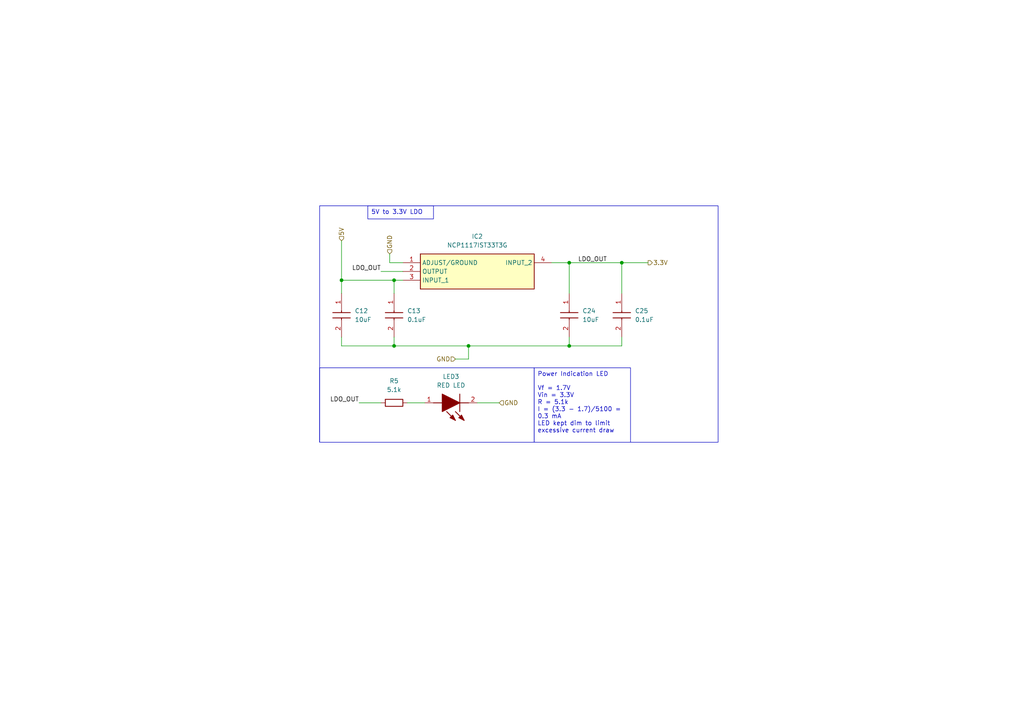
<source format=kicad_sch>
(kicad_sch (version 20250114) (generator "eeschema") (generator_version "9.0")
  (paper "A4")
  (lib_symbols
    (symbol "Device:R" (pin_numbers (hide yes)) (pin_names (offset 0))
      (property "Reference" "R" (at 2.032 0 90))
      (property "Value" "R" (at 0 0 90))
      (symbol "R_0_1"
        (rectangle (start -1.016 -2.54) (end 1.016 2.54) (stroke (width 0.254)))
      )
      (symbol "R_1_1"
        (pin passive line (at 0 3.81 270) (length 1.27) (name "~") (number "1"))
        (pin passive line (at 0 -3.81 90) (length 1.27) (name "~") (number "2"))
      )
    )
    (symbol "SamacSys_Parts:C0603C104K5RACTU" (pin_names (hide yes))
      (property "Reference" "C" (at 8.89 6.35 0))
      (property "Value" "C0603C104K5RACTU" (at 8.89 3.81 0))
      (symbol "C0603C104K5RACTU_1_1"
        (polyline (pts (xy 5.08 0) (xy 5.588 0)) (stroke (width 0.254)))
        (polyline (pts (xy 5.588 2.54) (xy 5.588 -2.54)) (stroke (width 0.254)))
        (polyline (pts (xy 7.112 2.54) (xy 7.112 -2.54)) (stroke (width 0.254)))
        (polyline (pts (xy 7.112 0) (xy 7.62 0)) (stroke (width 0.254)))
        (pin passive line (at 0 0 0) (length 5.08) (name "1") (number "1"))
        (pin passive line (at 12.7 0 180) (length 5.08) (name "2") (number "2"))
      )
    )
    (symbol "SamacSys_Parts:CL21A106KAYNNNE" (pin_names (hide yes))
      (property "Reference" "C" (at 8.89 6.35 0))
      (property "Value" "CL21A106KAYNNNE" (at 8.89 3.81 0))
      (symbol "CL21A106KAYNNNE_1_1"
        (polyline (pts (xy 5.08 0) (xy 5.588 0)) (stroke (width 0.254)))
        (polyline (pts (xy 5.588 2.54) (xy 5.588 -2.54)) (stroke (width 0.254)))
        (polyline (pts (xy 7.112 2.54) (xy 7.112 -2.54)) (stroke (width 0.254)))
        (polyline (pts (xy 7.112 0) (xy 7.62 0)) (stroke (width 0.254)))
        (pin passive line (at 0 0 0) (length 5.08) (name "1") (number "1"))
        (pin passive line (at 12.7 0 180) (length 5.08) (name "2") (number "2"))
      )
    )
    (symbol "SamacSys_Parts:NCP1117IST33T3G"
      (property "Reference" "IC" (at 39.37 7.62 0))
      (property "Value" "NCP1117IST33T3G" (at 39.37 5.08 0))
      (symbol "NCP1117IST33T3G_1_1"
        (rectangle (start 5.08 2.54) (end 38.1 -7.62) (stroke (width 0.254)) (fill (type background)))
        (pin passive line (at 0 0 0) (length 5.08) (name "ADJUST/GROUND") (number "1"))
        (pin passive line (at 0 -2.54 0) (length 5.08) (name "OUTPUT") (number "2"))
        (pin passive line (at 0 -5.08 0) (length 5.08) (name "INPUT_1") (number "3"))
        (pin passive line (at 43.18 0 180) (length 5.08) (name "INPUT_2") (number "4"))
      )
    )
    (symbol "SamacSys_Parts:SML-LX0805SRC-TR" (pin_names (hide yes))
      (property "Reference" "LED" (at 12.7 8.89 0))
      (property "Value" "SML-LX0805SRC-TR" (at 12.7 6.35 0))
      (symbol "SML-LX0805SRC-TR_1_1"
        (polyline (pts (xy 2.54 0) (xy 5.08 0)) (stroke (width 0.254)))
        (polyline (pts (xy 5.08 2.54) (xy 5.08 -2.54)) (stroke (width 0.254)))
        (polyline (pts (xy 5.08 0) (xy 10.16 2.54) (xy 10.16 -2.54) (xy 5.08 0)) (stroke (width 0.254)) (fill (type outline)))
        (polyline (pts (xy 5.334 4.318) (xy 4.572 3.556) (xy 3.81 5.08) (xy 5.334 4.318)) (stroke (width 0.254)) (fill (type outline)))
        (polyline (pts (xy 6.35 2.54) (xy 3.81 5.08)) (stroke (width 0.254)))
        (polyline (pts (xy 7.874 4.318) (xy 7.112 3.556) (xy 6.35 5.08) (xy 7.874 4.318)) (stroke (width 0.254)) (fill (type outline)))
        (polyline (pts (xy 8.89 2.54) (xy 6.35 5.08)) (stroke (width 0.254)))
        (polyline (pts (xy 10.16 0) (xy 12.7 0)) (stroke (width 0.254)))
        (pin passive line (at 0 0 0) (length 2.54) (name "K") (number "2"))
        (pin passive line (at 15.24 0 180) (length 2.54) (name "A") (number "1"))
      )
    )
  )
  (rectangle (start 92.71 106.68) (end 154.94 128.27))
  (rectangle (start 92.71 59.69) (end 208.28 128.27))
  (text_box "Power Indication LED \n\nVf = 1.7V\nVin = 3.3V\nR = 5.1k\nI = (3.3 - 1.7)/5100 = 0.3 mA\nLED kept dim to limit excessive current draw" (at 154.94 106.68 0) (size 27.94 21.59) (margins 0.9525 0.9525 0.9525 0.9525) (effects (font (size 1.27 1.27)) (justify left top)))
  (text_box "5V to 3.3V LDO\n" (at 106.68 59.69 0) (size 19.05 3.81) (margins 0.9525 0.9525 0.9525 0.9525) (effects (font (size 1.27 1.27)) (justify left top)))
  (junction (at 135.89 100.33))
  (junction (at 99.06 81.28))
  (junction (at 165.1 100.33))
  (junction (at 180.34 76.2))
  (junction (at 114.3 100.33))
  (junction (at 165.1 76.2))
  (junction (at 114.3 81.28))
  (wire (pts (xy 104.14 116.84) (xy 110.49 116.84)))
  (wire (pts (xy 160.02 76.2) (xy 165.1 76.2)))
  (wire (pts (xy 99.06 97.79) (xy 99.06 100.33)))
  (wire (pts (xy 132.08 104.14) (xy 135.89 104.14)))
  (wire (pts (xy 165.1 76.2) (xy 165.1 85.09)))
  (wire (pts (xy 138.43 116.84) (xy 144.78 116.84)))
  (wire (pts (xy 165.1 97.79) (xy 165.1 100.33)))
  (wire (pts (xy 99.06 81.28) (xy 114.3 81.28)))
  (wire (pts (xy 165.1 76.2) (xy 180.34 76.2)))
  (wire (pts (xy 113.03 76.2) (xy 116.84 76.2)))
  (wire (pts (xy 180.34 97.79) (xy 180.34 100.33)))
  (wire (pts (xy 114.3 100.33) (xy 135.89 100.33)))
  (wire (pts (xy 135.89 100.33) (xy 165.1 100.33)))
  (wire (pts (xy 114.3 81.28) (xy 114.3 85.09)))
  (wire (pts (xy 99.06 81.28) (xy 99.06 85.09)))
  (wire (pts (xy 165.1 100.33) (xy 180.34 100.33)))
  (wire (pts (xy 99.06 100.33) (xy 114.3 100.33)))
  (wire (pts (xy 180.34 85.09) (xy 180.34 76.2)))
  (wire (pts (xy 110.49 78.74) (xy 116.84 78.74)))
  (wire (pts (xy 114.3 81.28) (xy 116.84 81.28)))
  (wire (pts (xy 187.96 76.2) (xy 180.34 76.2)))
  (wire (pts (xy 135.89 100.33) (xy 135.89 104.14)))
  (wire (pts (xy 99.06 69.85) (xy 99.06 81.28)))
  (wire (pts (xy 113.03 73.66) (xy 113.03 76.2)))
  (wire (pts (xy 114.3 97.79) (xy 114.3 100.33)))
  (wire (pts (xy 118.11 116.84) (xy 123.19 116.84)))
  (label "LDO_OUT" (at 167.64 76.2 0))
  (label "LDO_OUT" (at 104.14 116.84 180))
  (label "LDO_OUT" (at 110.49 78.74 180))
  (hierarchical_label "GND" (shape input) (at 132.08 104.14 180))
  (hierarchical_label "GND" (shape input) (at 144.78 116.84 0))
  (hierarchical_label "3.3V" (shape output) (at 187.96 76.2 0))
  (hierarchical_label "5V" (shape input) (at 99.06 69.85 90))
  (hierarchical_label "GND" (shape input) (at 113.03 73.66 90))
  (symbol (lib_id "SamacSys_Parts:CL21A106KAYNNNE") (at 99.06 85.09 270) (unit 1)
    (property "Reference" "C12" (at 102.87 90.1699 90) (effects (justify left)))
    (property "Value" "10uF" (at 102.87 92.7099 90) (effects (justify left)))
    (property "Footprint" "CAPC2012X145N" (effects (hide yes)))
    (property "Datasheet" "https://datasheet.datasheetarchive.com/originals/distributors/Datasheets_SAMA/6a45835c9b7400e9b49c55c38a8ff4a2.pdf" (effects (hide yes)))
    (property "Description" "Samsung" (effects (hide yes)))
    (property "Height" "1.45" (effects (hide yes)))
    (property "Manufacturer_Name" "SAMSUNG" (effects (hide yes)))
    (property "Manufacturer_Part_Number" "CL21A106KAYNNNE" (effects (hide yes)))
    (property "Mouser Part Number" "187-CL21A106KAYNNNE" (effects (hide yes)))
    (property "Mouser Price/Stock" "https://www.mouser.co.uk/ProductDetail/Samsung-Electro-Mechanics/CL21A106KAYNNNE?qs=yOVawPpwOwmTXAd4dJtNjA%3D%3D" (effects (hide yes)))
    (property "Arrow Part Number" "CL21A106KAYNNNE" (effects (hide yes)))
    (property "Arrow Price/Stock" "https://www.arrow.com/en/products/cl21a106kaynnne/samsung-electro-mechanics?utm_currency=USD&region=nac" (effects (hide yes)))
  )
  (symbol (lib_id "SamacSys_Parts:C0603C104K5RACTU") (at 180.34 85.09 270) (unit 1)
    (property "Reference" "C25" (at 184.15 90.1699 90) (effects (justify left)))
    (property "Value" "0.1uF" (at 184.15 92.7099 90) (effects (justify left)))
    (property "Footprint" "C0603" (effects (hide yes)))
    (property "Datasheet" "https://content.kemet.com/datasheets/KEM_C1002_X7R_SMD.pdf" (effects (hide yes)))
    (property "Description" "SMD Comm X7R, Ceramic, 0.1 uF, 10%, 50 VDC, 125 VDC, 125C, -55C, X7R, SMD, MLCC, Temperature Stable, Class II, 2.5 % , 5 GOhms, 7.3 mg, 0603, 1.6mm, 0.8mm, 0.8mm, 0.7mm, 0.35mm, 4000, 78  Weeks, 80" (effects (hide yes)))
    (property "Height" "0.87" (effects (hide yes)))
    (property "Manufacturer_Name" "KEMET" (effects (hide yes)))
    (property "Manufacturer_Part_Number" "C0603C104K5RACTU" (effects (hide yes)))
    (property "Mouser Part Number" "80-C0603C104K5R" (effects (hide yes)))
    (property "Mouser Price/Stock" "https://www.mouser.co.uk/ProductDetail/KEMET/C0603C104K5RACTU?qs=l5k%252BbMnNDkkVcnZPSAaaiQ%3D%3D" (effects (hide yes)))
    (property "Arrow Part Number" "C0603C104K5RACTU" (effects (hide yes)))
    (property "Arrow Price/Stock" "https://www.arrow.com/en/products/c0603c104k5ractu/kemet-corporation?utm_currency=USD&region=nac" (effects (hide yes)))
  )
  (symbol (lib_id "SamacSys_Parts:CL21A106KAYNNNE") (at 165.1 85.09 270) (unit 1)
    (property "Reference" "C24" (at 168.91 90.1699 90) (effects (justify left)))
    (property "Value" "10uF" (at 168.91 92.7099 90) (effects (justify left)))
    (property "Footprint" "CAPC2012X145N" (effects (hide yes)))
    (property "Datasheet" "https://datasheet.datasheetarchive.com/originals/distributors/Datasheets_SAMA/6a45835c9b7400e9b49c55c38a8ff4a2.pdf" (effects (hide yes)))
    (property "Description" "Samsung" (effects (hide yes)))
    (property "Height" "1.45" (effects (hide yes)))
    (property "Manufacturer_Name" "SAMSUNG" (effects (hide yes)))
    (property "Manufacturer_Part_Number" "CL21A106KAYNNNE" (effects (hide yes)))
    (property "Mouser Part Number" "187-CL21A106KAYNNNE" (effects (hide yes)))
    (property "Mouser Price/Stock" "https://www.mouser.co.uk/ProductDetail/Samsung-Electro-Mechanics/CL21A106KAYNNNE?qs=yOVawPpwOwmTXAd4dJtNjA%3D%3D" (effects (hide yes)))
    (property "Arrow Part Number" "CL21A106KAYNNNE" (effects (hide yes)))
    (property "Arrow Price/Stock" "https://www.arrow.com/en/products/cl21a106kaynnne/samsung-electro-mechanics?utm_currency=USD&region=nac" (effects (hide yes)))
  )
  (symbol (lib_id "SamacSys_Parts:NCP1117IST33T3G") (at 116.84 76.2 0) (unit 1)
    (property "Reference" "IC2" (at 138.43 68.58 0))
    (property "Value" "NCP1117IST33T3G" (at 138.43 71.12 0))
    (property "Footprint" "SOT230P700X180-4N" (effects (hide yes)))
    (property "Datasheet" "https://www.onsemi.com/pub/Collateral/NCP1117-D.PDF" (effects (hide yes)))
    (property "Description" "Output Current in Excess of 1.0 A; 1.2 V Maximum Dropout Voltage at 800 mA Over Temperature; Fixed Output Voltages of 1.8 V, 3.3 V and 5.0 V; Adjustable Output Voltage Option; Pb-Free Packages are Available; Operation to 20 V Input; Reference/Output Voltage Trimmed to +/- 1.0%; No Minimum Load Requirement for Fixed Voltage Output Devices; Current Limit, Safe Operating and Thermal Shutdown Protection" (effects (hide yes)))
    (property "Height" "1.8" (effects (hide yes)))
    (property "Manufacturer_Name" "onsemi" (effects (hide yes)))
    (property "Manufacturer_Part_Number" "NCP1117IST33T3G" (effects (hide yes)))
    (property "Mouser Part Number" "863-NCP1117IST33T3G" (effects (hide yes)))
    (property "Mouser Price/Stock" "https://www.mouser.co.uk/ProductDetail/onsemi/NCP1117IST33T3G?qs=iLbezkQI%252BsgWHC6Yi9bFVA%3D%3D" (effects (hide yes)))
    (property "Arrow Part Number" "NCP1117IST33T3G" (effects (hide yes)))
    (property "Arrow Price/Stock" "https://www.arrow.com/en/products/ncp1117ist33t3g/on-semiconductor?utm_currency=USD&region=nac" (effects (hide yes)))
  )
  (symbol (lib_id "Device:R") (at 114.3 116.84 90) (unit 1)
    (property "Reference" "R5" (at 114.3 110.49 90))
    (property "Value" "5.1k" (at 114.3 113.03 90))
    (property "Description" "Resistor" (effects (hide yes)))
  )
  (symbol (lib_id "SamacSys_Parts:C0603C104K5RACTU") (at 114.3 85.09 270) (unit 1)
    (property "Reference" "C13" (at 118.11 90.1699 90) (effects (justify left)))
    (property "Value" "0.1uF" (at 118.11 92.7099 90) (effects (justify left)))
    (property "Footprint" "C0603" (effects (hide yes)))
    (property "Datasheet" "https://content.kemet.com/datasheets/KEM_C1002_X7R_SMD.pdf" (effects (hide yes)))
    (property "Description" "SMD Comm X7R, Ceramic, 0.1 uF, 10%, 50 VDC, 125 VDC, 125C, -55C, X7R, SMD, MLCC, Temperature Stable, Class II, 2.5 % , 5 GOhms, 7.3 mg, 0603, 1.6mm, 0.8mm, 0.8mm, 0.7mm, 0.35mm, 4000, 78  Weeks, 80" (effects (hide yes)))
    (property "Height" "0.87" (effects (hide yes)))
    (property "Manufacturer_Name" "KEMET" (effects (hide yes)))
    (property "Manufacturer_Part_Number" "C0603C104K5RACTU" (effects (hide yes)))
    (property "Mouser Part Number" "80-C0603C104K5R" (effects (hide yes)))
    (property "Mouser Price/Stock" "https://www.mouser.co.uk/ProductDetail/KEMET/C0603C104K5RACTU?qs=l5k%252BbMnNDkkVcnZPSAaaiQ%3D%3D" (effects (hide yes)))
    (property "Arrow Part Number" "C0603C104K5RACTU" (effects (hide yes)))
    (property "Arrow Price/Stock" "https://www.arrow.com/en/products/c0603c104k5ractu/kemet-corporation?utm_currency=USD&region=nac" (effects (hide yes)))
  )
  (symbol (lib_id "SamacSys_Parts:SML-LX0805SRC-TR") (at 138.43 116.84 180) (unit 1)
    (property "Reference" "LED3" (at 130.81 109.22 0))
    (property "Value" "RED LED" (at 130.81 111.76 0))
    (property "Footprint" "SMLLX0805SRCTR" (effects (hide yes)))
    (property "Datasheet" "https://www.mouser.co.uk/datasheet/2/244/SML-LX0805SRC-TR-1136150.pdf" (effects (hide yes)))
    (property "Description" "Lumex2.2 V Red LED 2012 (0805)  SMD, SML-LX0805SRC-TR" (effects (hide yes)))
    (property "Manufacturer_Name" "Lumex" (effects (hide yes)))
    (property "Manufacturer_Part_Number" "SML-LX0805SRC-TR" (effects (hide yes)))
    (property "Mouser Part Number" "696-SML-0805SRCTR" (effects (hide yes)))
    (property "Mouser Price/Stock" "https://www.mouser.co.uk/ProductDetail/Lumex/SML-LX0805SRC-TR?qs=9HInCHf8eFjJ6a03vywsvw%3D%3D" (effects (hide yes)))
    (property "Arrow Part Number" "SML-LX0805SRC-TR" (effects (hide yes)))
    (property "Arrow Price/Stock" "https://www.arrow.com/en/products/sml-lx0805src-tr/lumex?utm_currency=USD&region=nac" (effects (hide yes)))
  )
)
</source>
